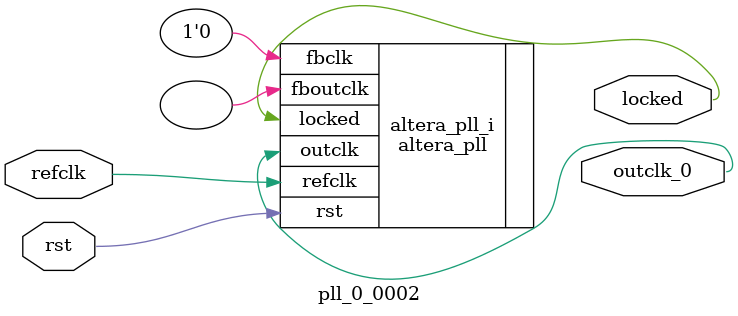
<source format=v>
`timescale 1ns/10ps
module  pll_0_0002(

	// interface 'refclk'
	input wire refclk,

	// interface 'reset'
	input wire rst,

	// interface 'outclk0'
	output wire outclk_0,

	// interface 'locked'
	output wire locked
);

	altera_pll #(
		.fractional_vco_multiplier("false"),
		.reference_clock_frequency("50.0 MHz"),
		.operation_mode("direct"),
		.number_of_clocks(1),
		.output_clock_frequency0("74.242424 MHz"),
		.phase_shift0("0 ps"),
		.duty_cycle0(50),
		.output_clock_frequency1("0 MHz"),
		.phase_shift1("0 ps"),
		.duty_cycle1(50),
		.output_clock_frequency2("0 MHz"),
		.phase_shift2("0 ps"),
		.duty_cycle2(50),
		.output_clock_frequency3("0 MHz"),
		.phase_shift3("0 ps"),
		.duty_cycle3(50),
		.output_clock_frequency4("0 MHz"),
		.phase_shift4("0 ps"),
		.duty_cycle4(50),
		.output_clock_frequency5("0 MHz"),
		.phase_shift5("0 ps"),
		.duty_cycle5(50),
		.output_clock_frequency6("0 MHz"),
		.phase_shift6("0 ps"),
		.duty_cycle6(50),
		.output_clock_frequency7("0 MHz"),
		.phase_shift7("0 ps"),
		.duty_cycle7(50),
		.output_clock_frequency8("0 MHz"),
		.phase_shift8("0 ps"),
		.duty_cycle8(50),
		.output_clock_frequency9("0 MHz"),
		.phase_shift9("0 ps"),
		.duty_cycle9(50),
		.output_clock_frequency10("0 MHz"),
		.phase_shift10("0 ps"),
		.duty_cycle10(50),
		.output_clock_frequency11("0 MHz"),
		.phase_shift11("0 ps"),
		.duty_cycle11(50),
		.output_clock_frequency12("0 MHz"),
		.phase_shift12("0 ps"),
		.duty_cycle12(50),
		.output_clock_frequency13("0 MHz"),
		.phase_shift13("0 ps"),
		.duty_cycle13(50),
		.output_clock_frequency14("0 MHz"),
		.phase_shift14("0 ps"),
		.duty_cycle14(50),
		.output_clock_frequency15("0 MHz"),
		.phase_shift15("0 ps"),
		.duty_cycle15(50),
		.output_clock_frequency16("0 MHz"),
		.phase_shift16("0 ps"),
		.duty_cycle16(50),
		.output_clock_frequency17("0 MHz"),
		.phase_shift17("0 ps"),
		.duty_cycle17(50),
		.pll_type("General"),
		.pll_subtype("General")
	) altera_pll_i (
		.rst	(rst),
		.outclk	({outclk_0}),
		.locked	(locked),
		.fboutclk	( ),
		.fbclk	(1'b0),
		.refclk	(refclk)
	);
endmodule


</source>
